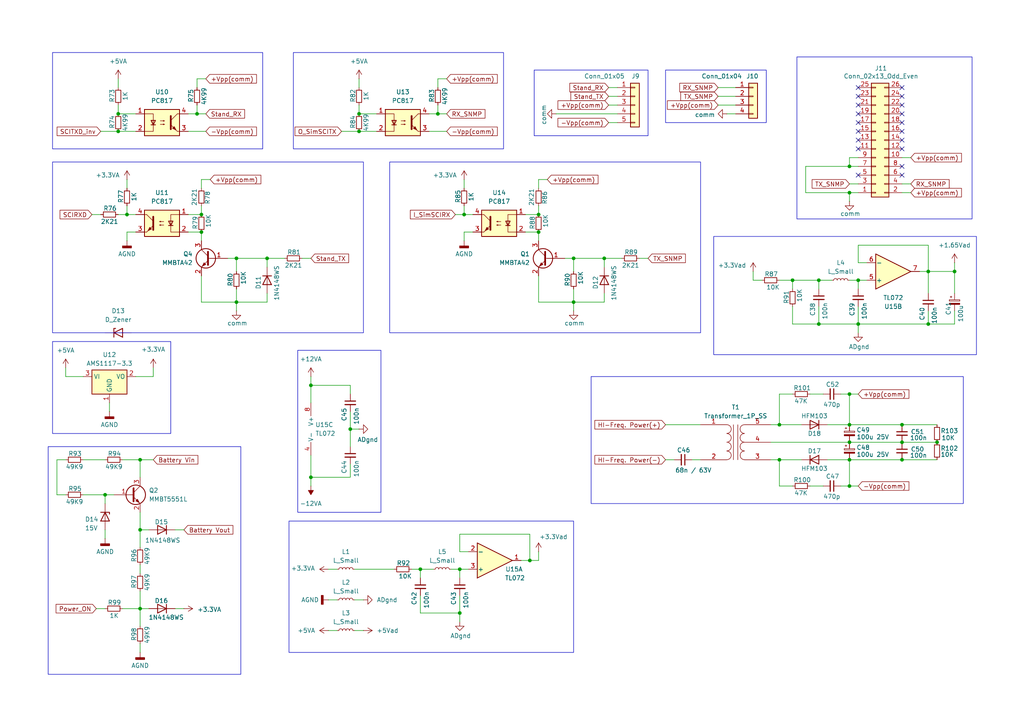
<source format=kicad_sch>
(kicad_sch (version 20231120) (generator "eeschema") (generator_version "8.0")
  (paper "A4")
  (junction (at 77.47 74.93))
  (junction (at 175.26 74.93))
  (junction (at 246.38 123.19))
  (junction (at 68.58 74.93))
  (junction (at 153.67 162.56))
  (junction (at 261.62 133.35))
  (junction (at 57.15 33.02))
  (junction (at 104.14 38.1))
  (junction (at 271.78 128.27))
  (junction (at 133.35 177.8))
  (junction (at 237.49 93.98))
  (junction (at 34.29 38.1))
  (junction (at 40.64 133.35))
  (junction (at 101.6 124.46))
  (junction (at 40.64 153.67))
  (junction (at 246.38 133.35))
  (junction (at 248.92 81.28))
  (junction (at 58.42 67.31))
  (junction (at 248.92 93.98))
  (junction (at 261.62 123.19))
  (junction (at 58.42 62.23))
  (junction (at 246.38 140.97))
  (junction (at 104.14 33.02))
  (junction (at 246.38 128.27))
  (junction (at 134.62 62.23))
  (junction (at 90.17 138.43))
  (junction (at 237.49 81.28))
  (junction (at 226.06 123.19))
  (junction (at 269.24 78.74))
  (junction (at 269.24 93.98))
  (junction (at 40.64 176.53))
  (junction (at 246.38 55.88))
  (junction (at 90.17 111.76))
  (junction (at 276.86 78.74))
  (junction (at 156.21 62.23))
  (junction (at 261.62 128.27))
  (junction (at 30.48 143.51))
  (junction (at 246.38 114.3))
  (junction (at 34.29 33.02))
  (junction (at 36.83 62.23))
  (junction (at 246.38 48.26))
  (junction (at 226.06 133.35))
  (junction (at 166.37 87.63))
  (junction (at 127 33.02))
  (junction (at 68.58 87.63))
  (junction (at 166.37 74.93))
  (junction (at 121.92 165.1))
  (junction (at 133.35 165.1))
  (junction (at 229.87 81.28))
  (junction (at 156.21 67.31))
  (no_connect (at 261.62 35.56))
  (no_connect (at 248.92 38.1))
  (no_connect (at 261.62 27.94))
  (no_connect (at 248.92 40.64))
  (no_connect (at 261.62 30.48))
  (no_connect (at 248.92 27.94))
  (no_connect (at 248.92 25.4))
  (no_connect (at 261.62 25.4))
  (no_connect (at 261.62 43.18))
  (no_connect (at 248.92 50.8))
  (no_connect (at 248.92 30.48))
  (no_connect (at 261.62 38.1))
  (no_connect (at 248.92 35.56))
  (no_connect (at 261.62 33.02))
  (no_connect (at 248.92 33.02))
  (no_connect (at 261.62 40.64))
  (no_connect (at 261.62 50.8))
  (no_connect (at 261.62 48.26))
  (no_connect (at 248.92 43.18))
  (wire (pts (xy 127 33.02) (xy 129.54 33.02)))
  (wire (pts (xy 34.29 38.1) (xy 39.37 38.1)))
  (wire (pts (xy 90.17 138.43) (xy 90.17 140.97)))
  (wire (pts (xy 30.48 143.51) (xy 30.48 146.05)))
  (wire (pts (xy 176.53 35.56) (xy 179.07 35.56)))
  (wire (pts (xy 40.64 163.83) (xy 40.64 166.37)))
  (wire (pts (xy 156.21 87.63) (xy 156.21 80.01)))
  (wire (pts (xy 124.46 33.02) (xy 127 33.02)))
  (wire (pts (xy 276.86 76.2) (xy 276.86 78.74)))
  (wire (pts (xy 30.48 143.51) (xy 33.02 143.51)))
  (wire (pts (xy 246.38 140.97) (xy 248.92 140.97)))
  (wire (pts (xy 87.63 74.93) (xy 90.17 74.93)))
  (wire (pts (xy 58.42 59.69) (xy 58.42 62.23)))
  (wire (pts (xy 77.47 74.93) (xy 82.55 74.93)))
  (wire (pts (xy 104.14 22.86) (xy 104.14 25.4)))
  (wire (pts (xy 248.92 81.28) (xy 246.38 81.28)))
  (wire (pts (xy 104.14 30.48) (xy 104.14 33.02)))
  (wire (pts (xy 156.21 54.61) (xy 156.21 52.07)))
  (wire (pts (xy 261.62 53.34) (xy 264.16 53.34)))
  (wire (pts (xy 24.13 133.35) (xy 30.48 133.35)))
  (wire (pts (xy 134.62 59.69) (xy 134.62 62.23)))
  (wire (pts (xy 246.38 53.34) (xy 248.92 53.34)))
  (wire (pts (xy 102.87 165.1) (xy 114.3 165.1)))
  (wire (pts (xy 248.92 88.9) (xy 248.92 93.98)))
  (wire (pts (xy 240.03 133.35) (xy 246.38 133.35)))
  (wire (pts (xy 226.06 123.19) (xy 232.41 123.19)))
  (wire (pts (xy 234.95 140.97) (xy 238.76 140.97)))
  (wire (pts (xy 133.35 154.94) (xy 153.67 154.94)))
  (wire (pts (xy 31.75 116.84) (xy 31.75 119.38)))
  (wire (pts (xy 246.38 128.27) (xy 261.62 128.27)))
  (wire (pts (xy 24.13 109.22) (xy 19.05 109.22)))
  (wire (pts (xy 229.87 81.28) (xy 229.87 83.82)))
  (wire (pts (xy 102.87 182.88) (xy 105.41 182.88)))
  (wire (pts (xy 77.47 85.09) (xy 77.47 87.63)))
  (wire (pts (xy 68.58 74.93) (xy 77.47 74.93)))
  (wire (pts (xy 40.64 153.67) (xy 43.18 153.67)))
  (wire (pts (xy 124.46 38.1) (xy 129.54 38.1)))
  (wire (pts (xy 90.17 111.76) (xy 101.6 111.76)))
  (wire (pts (xy 246.38 133.35) (xy 261.62 133.35)))
  (wire (pts (xy 176.53 27.94) (xy 179.07 27.94)))
  (wire (pts (xy 40.64 138.43) (xy 40.64 133.35)))
  (wire (pts (xy 248.92 45.72) (xy 246.38 45.72)))
  (wire (pts (xy 40.64 176.53) (xy 40.64 181.61)))
  (wire (pts (xy 95.25 182.88) (xy 97.79 182.88)))
  (wire (pts (xy 34.29 30.48) (xy 34.29 33.02)))
  (wire (pts (xy 156.21 52.07) (xy 158.75 52.07)))
  (wire (pts (xy 226.06 133.35) (xy 232.41 133.35)))
  (wire (pts (xy 102.87 173.99) (xy 105.41 173.99)))
  (wire (pts (xy 208.28 30.48) (xy 213.36 30.48)))
  (wire (pts (xy 44.45 106.68) (xy 44.45 109.22)))
  (wire (pts (xy 153.67 162.56) (xy 156.21 162.56)))
  (wire (pts (xy 57.15 25.4) (xy 57.15 22.86)))
  (wire (pts (xy 223.52 123.19) (xy 226.06 123.19)))
  (wire (pts (xy 208.28 27.94) (xy 213.36 27.94)))
  (wire (pts (xy 163.83 74.93) (xy 166.37 74.93)))
  (wire (pts (xy 44.45 109.22) (xy 39.37 109.22)))
  (wire (pts (xy 200.66 133.35) (xy 203.2 133.35)))
  (wire (pts (xy 40.64 133.35) (xy 35.56 133.35)))
  (wire (pts (xy 133.35 160.02) (xy 133.35 154.94)))
  (wire (pts (xy 237.49 93.98) (xy 237.49 88.9)))
  (wire (pts (xy 248.92 93.98) (xy 237.49 93.98)))
  (wire (pts (xy 175.26 87.63) (xy 166.37 87.63)))
  (wire (pts (xy 57.15 22.86) (xy 59.69 22.86)))
  (wire (pts (xy 27.94 176.53) (xy 30.48 176.53)))
  (wire (pts (xy 223.52 133.35) (xy 226.06 133.35)))
  (wire (pts (xy 36.83 67.31) (xy 36.83 69.85)))
  (wire (pts (xy 133.35 167.64) (xy 133.35 165.1)))
  (wire (pts (xy 134.62 52.07) (xy 134.62 54.61)))
  (wire (pts (xy 261.62 133.35) (xy 271.78 133.35)))
  (wire (pts (xy 234.95 114.3) (xy 238.76 114.3)))
  (wire (pts (xy 223.52 128.27) (xy 246.38 128.27)))
  (wire (pts (xy 166.37 87.63) (xy 156.21 87.63)))
  (wire (pts (xy 34.29 22.86) (xy 34.29 25.4)))
  (wire (pts (xy 127 22.86) (xy 129.54 22.86)))
  (wire (pts (xy 248.92 83.82) (xy 248.92 81.28)))
  (wire (pts (xy 175.26 85.09) (xy 175.26 87.63)))
  (wire (pts (xy 50.8 153.67) (xy 53.34 153.67)))
  (wire (pts (xy 58.42 52.07) (xy 60.96 52.07)))
  (wire (pts (xy 68.58 83.82) (xy 68.58 87.63)))
  (wire (pts (xy 54.61 38.1) (xy 59.69 38.1)))
  (wire (pts (xy 66.04 74.93) (xy 68.58 74.93)))
  (wire (pts (xy 226.06 114.3) (xy 226.06 123.19)))
  (wire (pts (xy 248.92 71.12) (xy 269.24 71.12)))
  (wire (pts (xy 276.86 93.98) (xy 269.24 93.98)))
  (wire (pts (xy 261.62 123.19) (xy 271.78 123.19)))
  (wire (pts (xy 237.49 81.28) (xy 237.49 83.82)))
  (wire (pts (xy 248.92 76.2) (xy 248.92 71.12)))
  (wire (pts (xy 276.86 90.17) (xy 276.86 93.98)))
  (wire (pts (xy 133.35 165.1) (xy 135.89 165.1)))
  (wire (pts (xy 229.87 140.97) (xy 226.06 140.97)))
  (wire (pts (xy 220.98 81.28) (xy 218.44 81.28)))
  (wire (pts (xy 54.61 33.02) (xy 57.15 33.02)))
  (wire (pts (xy 119.38 165.1) (xy 121.92 165.1)))
  (wire (pts (xy 243.84 114.3) (xy 246.38 114.3)))
  (wire (pts (xy 57.15 30.48) (xy 57.15 33.02)))
  (wire (pts (xy 90.17 138.43) (xy 101.6 138.43)))
  (wire (pts (xy 193.04 123.19) (xy 203.2 123.19)))
  (wire (pts (xy 16.51 133.35) (xy 16.51 143.51)))
  (wire (pts (xy 229.87 81.28) (xy 237.49 81.28)))
  (wire (pts (xy 121.92 165.1) (xy 125.73 165.1)))
  (wire (pts (xy 208.28 25.4) (xy 213.36 25.4)))
  (wire (pts (xy 36.83 52.07) (xy 36.83 54.61)))
  (wire (pts (xy 29.21 38.1) (xy 34.29 38.1)))
  (wire (pts (xy 57.15 33.02) (xy 59.69 33.02)))
  (wire (pts (xy 58.42 87.63) (xy 58.42 80.01)))
  (wire (pts (xy 229.87 88.9) (xy 229.87 93.98)))
  (wire (pts (xy 121.92 177.8) (xy 121.92 172.72)))
  (wire (pts (xy 133.35 172.72) (xy 133.35 177.8)))
  (wire (pts (xy 166.37 74.93) (xy 166.37 78.74)))
  (wire (pts (xy 134.62 62.23) (xy 137.16 62.23)))
  (wire (pts (xy 40.64 133.35) (xy 44.45 133.35)))
  (wire (pts (xy 95.25 165.1) (xy 97.79 165.1)))
  (wire (pts (xy 185.42 74.93) (xy 187.96 74.93)))
  (wire (pts (xy 40.64 153.67) (xy 40.64 158.75)))
  (wire (pts (xy 43.18 176.53) (xy 40.64 176.53)))
  (wire (pts (xy 166.37 74.93) (xy 175.26 74.93)))
  (wire (pts (xy 99.06 38.1) (xy 104.14 38.1)))
  (wire (pts (xy 175.26 74.93) (xy 180.34 74.93)))
  (wire (pts (xy 121.92 165.1) (xy 121.92 167.64)))
  (wire (pts (xy 246.38 55.88) (xy 246.38 58.42)))
  (wire (pts (xy 218.44 81.28) (xy 218.44 78.74)))
  (wire (pts (xy 19.05 109.22) (xy 19.05 106.68)))
  (wire (pts (xy 153.67 154.94) (xy 153.67 162.56)))
  (wire (pts (xy 36.83 59.69) (xy 36.83 62.23)))
  (wire (pts (xy 90.17 132.08) (xy 90.17 138.43)))
  (wire (pts (xy 175.26 74.93) (xy 175.26 77.47)))
  (wire (pts (xy 269.24 78.74) (xy 269.24 85.09)))
  (wire (pts (xy 248.92 81.28) (xy 251.46 81.28)))
  (wire (pts (xy 240.03 123.19) (xy 246.38 123.19)))
  (wire (pts (xy 156.21 59.69) (xy 156.21 62.23)))
  (wire (pts (xy 16.51 143.51) (xy 19.05 143.51)))
  (wire (pts (xy 226.06 81.28) (xy 229.87 81.28)))
  (wire (pts (xy 68.58 87.63) (xy 58.42 87.63)))
  (wire (pts (xy 269.24 71.12) (xy 269.24 78.74)))
  (wire (pts (xy 152.4 67.31) (xy 156.21 67.31)))
  (wire (pts (xy 156.21 67.31) (xy 156.21 69.85)))
  (wire (pts (xy 127 30.48) (xy 127 33.02)))
  (wire (pts (xy 26.67 62.23) (xy 29.21 62.23)))
  (wire (pts (xy 36.83 62.23) (xy 39.37 62.23)))
  (wire (pts (xy 261.62 55.88) (xy 264.16 55.88)))
  (wire (pts (xy 68.58 74.93) (xy 68.58 78.74)))
  (wire (pts (xy 261.62 128.27) (xy 271.78 128.27)))
  (wire (pts (xy 248.92 55.88) (xy 246.38 55.88)))
  (wire (pts (xy 133.35 177.8) (xy 133.35 180.34)))
  (wire (pts (xy 276.86 78.74) (xy 269.24 78.74)))
  (wire (pts (xy 58.42 54.61) (xy 58.42 52.07)))
  (wire (pts (xy 104.14 33.02) (xy 109.22 33.02)))
  (wire (pts (xy 77.47 87.63) (xy 68.58 87.63)))
  (wire (pts (xy 30.48 153.67) (xy 30.48 156.21)))
  (wire (pts (xy 246.38 114.3) (xy 246.38 123.19)))
  (wire (pts (xy 34.29 62.23) (xy 36.83 62.23)))
  (wire (pts (xy 35.56 176.53) (xy 40.64 176.53)))
  (wire (pts (xy 95.25 173.99) (xy 97.79 173.99)))
  (wire (pts (xy 58.42 67.31) (xy 58.42 69.85)))
  (wire (pts (xy 54.61 67.31) (xy 58.42 67.31)))
  (wire (pts (xy 50.8 176.53) (xy 53.34 176.53)))
  (wire (pts (xy 39.37 67.31) (xy 36.83 67.31)))
  (wire (pts (xy 24.13 143.51) (xy 30.48 143.51)))
  (wire (pts (xy 176.53 30.48) (xy 179.07 30.48)))
  (wire (pts (xy 248.92 93.98) (xy 248.92 96.52)))
  (wire (pts (xy 246.38 123.19) (xy 261.62 123.19)))
  (wire (pts (xy 101.6 124.46) (xy 104.14 124.46)))
  (wire (pts (xy 166.37 87.63) (xy 166.37 90.17)))
  (wire (pts (xy 101.6 119.38) (xy 101.6 124.46)))
  (wire (pts (xy 276.86 85.09) (xy 276.86 78.74)))
  (wire (pts (xy 19.05 133.35) (xy 16.51 133.35)))
  (wire (pts (xy 90.17 109.22) (xy 90.17 111.76)))
  (wire (pts (xy 269.24 93.98) (xy 248.92 93.98)))
  (wire (pts (xy 34.29 33.02) (xy 39.37 33.02)))
  (wire (pts (xy 101.6 138.43) (xy 101.6 134.62)))
  (wire (pts (xy 233.68 55.88) (xy 233.68 48.26)))
  (wire (pts (xy 166.37 83.82) (xy 166.37 87.63)))
  (wire (pts (xy 137.16 67.31) (xy 134.62 67.31)))
  (wire (pts (xy 54.61 62.23) (xy 58.42 62.23)))
  (wire (pts (xy 246.38 55.88) (xy 233.68 55.88)))
  (wire (pts (xy 226.06 140.97) (xy 226.06 133.35)))
  (wire (pts (xy 251.46 76.2) (xy 248.92 76.2)))
  (wire (pts (xy 135.89 160.02) (xy 133.35 160.02)))
  (wire (pts (xy 243.84 140.97) (xy 246.38 140.97)))
  (wire (pts (xy 133.35 177.8) (xy 121.92 177.8)))
  (wire (pts (xy 269.24 90.17) (xy 269.24 93.98)))
  (wire (pts (xy 261.62 45.72) (xy 264.16 45.72)))
  (wire (pts (xy 101.6 124.46) (xy 101.6 129.54)))
  (wire (pts (xy 246.38 48.26) (xy 248.92 48.26)))
  (wire (pts (xy 151.13 162.56) (xy 153.67 162.56)))
  (wire (pts (xy 40.64 186.69) (xy 40.64 189.23)))
  (wire (pts (xy 193.04 133.35) (xy 195.58 133.35)))
  (wire (pts (xy 246.38 45.72) (xy 246.38 48.26)))
  (wire (pts (xy 161.29 33.02) (xy 179.07 33.02)))
  (wire (pts (xy 246.38 114.3) (xy 248.92 114.3)))
  (wire (pts (xy 127 25.4) (xy 127 22.86)))
  (wire (pts (xy 237.49 81.28) (xy 241.3 81.28)))
  (wire (pts (xy 266.7 78.74) (xy 269.24 78.74)))
  (wire (pts (xy 77.47 74.93) (xy 77.47 77.47)))
  (wire (pts (xy 40.64 176.53) (xy 40.64 171.45)))
  (wire (pts (xy 68.58 87.63) (xy 68.58 90.17)))
  (wire (pts (xy 90.17 116.84) (xy 90.17 111.76)))
  (wire (pts (xy 156.21 162.56) (xy 156.21 160.02)))
  (wire (pts (xy 40.64 148.59) (xy 40.64 153.67)))
  (wire (pts (xy 176.53 25.4) (xy 179.07 25.4)))
  (wire (pts (xy 134.62 67.31) (xy 134.62 69.85)))
  (wire (pts (xy 104.14 38.1) (xy 109.22 38.1)))
  (wire (pts (xy 152.4 62.23) (xy 156.21 62.23)))
  (wire (pts (xy 229.87 93.98) (xy 237.49 93.98)))
  (wire (pts (xy 132.08 62.23) (xy 134.62 62.23)))
  (wire (pts (xy 210.82 33.02) (xy 213.36 33.02)))
  (wire (pts (xy 133.35 165.1) (xy 130.81 165.1)))
  (wire (pts (xy 246.38 140.97) (xy 246.38 133.35)))
  (wire (pts (xy 229.87 114.3) (xy 226.06 114.3)))
  (wire (pts (xy 101.6 111.76) (xy 101.6 114.3)))
  (wire (pts (xy 233.68 48.26) (xy 246.38 48.26)))
  (rectangle (start 15.24 15.24) (end 76.2 43.18))
  (rectangle (start 154.94 20.32) (end 187.96 39.37))
  (rectangle (start 85.09 15.24) (end 146.05 43.18))
  (rectangle (start 113.03 46.99) (end 203.2 96.52))
  (rectangle (start 207.01 68.58) (end 283.21 102.87))
  (rectangle (start 171.45 109.22) (end 279.4 146.05))
  (rectangle (start 86.36 101.6) (end 110.49 148.59))
  (rectangle (start 15.24 99.06) (end 49.53 125.73))
  (rectangle (start 83.82 151.13) (end 166.37 189.23))
  (rectangle (start 231.14 16.51) (end 281.94 63.5))
  (rectangle (start 13.97 129.54) (end 69.85 195.58))
  (rectangle (start 193.04 20.32) (end 222.25 35.56))
  (rectangle (start 15.24 46.99) (end 105.41 96.52))
  (global_label "HI-Freq. Power(-)" (shape input) (at 193.04 133.35 180) (property "Intersheetrefs" "${INTERSHEET_REFS}" (effects (hide yes))))
  (global_label "Stand_RX" (shape input) (at 59.69 33.02 0) (property "Intersheetrefs" "${INTERSHEET_REFS}" (effects (hide yes))))
  (global_label "+Vpp(comm)" (shape input) (at 248.92 114.3 0) (property "Intersheetrefs" "${INTERSHEET_REFS}" (effects (hide yes))))
  (global_label "TX_SNMP" (shape input) (at 187.96 74.93 0) (property "Intersheetrefs" "${INTERSHEET_REFS}" (effects (hide yes))))
  (global_label "Stand_TX" (shape input) (at 176.53 27.94 180) (property "Intersheetrefs" "${INTERSHEET_REFS}" (effects (hide yes))))
  (global_label "+Vpp(comm)" (shape input) (at 208.28 30.48 180) (property "Intersheetrefs" "${INTERSHEET_REFS}" (effects (hide yes))))
  (global_label "+Vpp(comm)" (shape input) (at 60.96 52.07 0) (property "Intersheetrefs" "${INTERSHEET_REFS}" (effects (hide yes))))
  (global_label "TX_SNMP" (shape input) (at 246.38 53.34 180) (property "Intersheetrefs" "${INTERSHEET_REFS}" (effects (hide yes))))
  (global_label "I_SimSCIRX" (shape input) (at 132.08 62.23 180) (property "Intersheetrefs" "${INTERSHEET_REFS}" (effects (hide yes))))
  (global_label "+Vpp(comm)" (shape input) (at 59.69 22.86 0) (property "Intersheetrefs" "${INTERSHEET_REFS}" (effects (hide yes))))
  (global_label "+Vpp(comm)" (shape input) (at 176.53 30.48 180) (property "Intersheetrefs" "${INTERSHEET_REFS}" (effects (hide yes))))
  (global_label "Battery Vout" (shape input) (at 53.34 153.67 0) (property "Intersheetrefs" "${INTERSHEET_REFS}" (effects (hide yes))))
  (global_label "TX_SNMP" (shape input) (at 208.28 27.94 180) (property "Intersheetrefs" "${INTERSHEET_REFS}" (effects (hide yes))))
  (global_label "-Vpp(comm)" (shape input) (at 248.92 140.97 0) (property "Intersheetrefs" "${INTERSHEET_REFS}" (effects (hide yes))))
  (global_label "+Vpp(comm)" (shape input) (at 264.16 45.72 0) (property "Intersheetrefs" "${INTERSHEET_REFS}" (effects (hide yes))))
  (global_label "Stand_TX" (shape input) (at 90.17 74.93 0) (property "Intersheetrefs" "${INTERSHEET_REFS}" (effects (hide yes))))
  (global_label "RX_SNMP" (shape input) (at 129.54 33.02 0) (property "Intersheetrefs" "${INTERSHEET_REFS}" (effects (hide yes))))
  (global_label "SCITXD_inv" (shape input) (at 29.21 38.1 180) (property "Intersheetrefs" "${INTERSHEET_REFS}" (effects (hide yes))))
  (global_label "RX_SNMP" (shape input) (at 208.28 25.4 180) (property "Intersheetrefs" "${INTERSHEET_REFS}" (effects (hide yes))))
  (global_label "RX_SNMP" (shape input) (at 264.16 53.34 0) (property "Intersheetrefs" "${INTERSHEET_REFS}" (effects (hide yes))))
  (global_label "+Vpp(comm)" (shape input) (at 129.54 22.86 0) (property "Intersheetrefs" "${INTERSHEET_REFS}" (effects (hide yes))))
  (global_label "-Vpp(comm)" (shape input) (at 176.53 35.56 180) (property "Intersheetrefs" "${INTERSHEET_REFS}" (effects (hide yes))))
  (global_label "-Vpp(comm)" (shape input) (at 129.54 38.1 0) (property "Intersheetrefs" "${INTERSHEET_REFS}" (effects (hide yes))))
  (global_label "Stand_RX" (shape input) (at 176.53 25.4 180) (property "Intersheetrefs" "${INTERSHEET_REFS}" (effects (hide yes))))
  (global_label "Battery Vin" (shape input) (at 44.45 133.35 0) (property "Intersheetrefs" "${INTERSHEET_REFS}" (effects (hide yes))))
  (global_label "+Vpp(comm)" (shape input) (at 158.75 52.07 0) (property "Intersheetrefs" "${INTERSHEET_REFS}" (effects (hide yes))))
  (global_label "Power_ON" (shape input) (at 27.94 176.53 180) (property "Intersheetrefs" "${INTERSHEET_REFS}" (effects (hide yes))))
  (global_label "O_SimSCITX" (shape input) (at 99.06 38.1 180) (property "Intersheetrefs" "${INTERSHEET_REFS}" (effects (hide yes))))
  (global_label "HI-Freq. Power(+)" (shape input) (at 193.04 123.19 180) (property "Intersheetrefs" "${INTERSHEET_REFS}" (effects (hide yes))))
  (global_label "-Vpp(comm)" (shape input) (at 59.69 38.1 0) (property "Intersheetrefs" "${INTERSHEET_REFS}" (effects (hide yes))))
  (global_label "+Vpp(comm)" (shape input) (at 264.16 55.88 0) (property "Intersheetrefs" "${INTERSHEET_REFS}" (effects (hide yes))))
  (global_label "SCIRXD" (shape input) (at 26.67 62.23 180) (property "Intersheetrefs" "${INTERSHEET_REFS}" (effects (hide yes))))
  (symbol (lib_id "Device:C_Small") (at 261.62 125.73 0) (unit 1)
    (property "Reference" "C51" (at 264.16 125.222 0) (effects (justify left)))
    (property "Value" "100n" (at 263.906 127 0) (effects (justify left)))
    (property "Description" "Unpolarized capacitor, small symbol" (effects (hide yes)))
  )
  (symbol (lib_id "power:GNDD") (at 30.48 156.21 0) (unit 1)
    (property "Reference" "#PWR0118" (effects (hide yes)))
    (property "Value" "AGND" (at 30.48 160.02 0))
    (property "Description" "Power symbol creates a global label with name \"GNDD\" , digital ground" (effects (hide yes)))
  )
  (symbol (lib_id "Device:R_Small") (at 40.64 168.91 0) (unit 1)
    (property "Reference" "R97" (at 38.862 170.688 90) (effects (justify left)))
    (property "Value" "49K9" (at 42.672 171.45 90) (effects (justify left)))
    (property "Description" "Resistor, small symbol" (effects (hide yes)))
  )
  (symbol (lib_id "Regulator_Linear:AMS1117-3.3") (at 31.75 109.22 0) (unit 1)
    (property "Reference" "U12" (at 31.75 102.87 0))
    (property "Value" "AMS1117-3.3" (at 31.75 105.41 0))
    (property "Footprint" "Package_TO_SOT_SMD:SOT-223-3_TabPin2" (effects (hide yes)))
    (property "Datasheet" "http://www.advanced-monolithic.com/pdf/ds1117.pdf" (effects (hide yes)))
    (property "Description" "1A Low Dropout regulator, positive, 3.3V fixed output, SOT-223" (effects (hide yes)))
  )
  (symbol (lib_id "power:GNDS") (at 246.38 58.42 0) (unit 1)
    (property "Reference" "#PWR0104" (effects (hide yes)))
    (property "Value" "comm" (at 246.634 61.976 0))
    (property "Description" "Power symbol creates a global label with name \"GNDS\" , signal ground" (effects (hide yes)))
  )
  (symbol (lib_id "power:-12VA") (at 90.17 140.97 180) (unit 1)
    (property "Reference" "#PWR0117" (effects (hide yes)))
    (property "Value" "-12VA" (at 90.17 146.05 0))
    (property "Description" "Power symbol creates a global label with name \"-12VA\"" (effects (hide yes)))
  )
  (symbol (lib_id "Device:C_Small") (at 241.3 140.97 270) (unit 1)
    (property "Reference" "C47" (at 239.522 138.176 90) (effects (justify left)))
    (property "Value" "470p" (at 238.76 144.018 90) (effects (justify left)))
    (property "Description" "Unpolarized capacitor, small symbol" (effects (hide yes)))
  )
  (symbol (lib_id "power:GNDA") (at 104.14 124.46 90) (unit 1)
    (property "Reference" "#PWR0115" (effects (hide yes)))
    (property "Value" "ADgnd" (at 106.68 127.508 90))
    (property "Description" "Power symbol creates a global label with name \"GNDA\" , analog ground" (effects (hide yes)))
  )
  (symbol (lib_id "Device:R_Small") (at 33.02 133.35 270) (unit 1)
    (property "Reference" "R94" (at 31.242 131.572 90) (effects (justify left)))
    (property "Value" "49K9" (at 30.48 135.382 90) (effects (justify left)))
    (property "Description" "Resistor, small symbol" (effects (hide yes)))
  )
  (symbol (lib_id "Device:R_Small") (at 68.58 81.28 0) (unit 1)
    (property "Reference" "R80" (at 66.802 83.058 90) (effects (justify left)))
    (property "Value" "10K" (at 70.612 82.55 90) (effects (justify left)))
    (property "Description" "Resistor, small symbol" (effects (hide yes)))
  )
  (symbol (lib_id "Device:R_Small") (at 271.78 130.81 0) (unit 1)
    (property "Reference" "R102" (at 272.796 130.048 0) (effects (justify left)))
    (property "Value" "10K" (at 272.796 131.826 0) (effects (justify left)))
    (property "Description" "Resistor, small symbol" (effects (hide yes)))
  )
  (symbol (lib_id "Device:R_Small") (at 36.83 57.15 0) (unit 1)
    (property "Reference" "R77" (at 35.052 58.928 90) (effects (justify left)))
    (property "Value" "1K" (at 38.862 58.42 90) (effects (justify left)))
    (property "Description" "Resistor, small symbol" (effects (hide yes)))
  )
  (symbol (lib_id "power:+5VA") (at 104.14 22.86 0) (unit 1)
    (property "Reference" "#PWR099" (effects (hide yes)))
    (property "Value" "+5VA" (at 104.14 17.78 0))
    (property "Description" "Power symbol creates a global label with name \"+5VA\"" (effects (hide yes)))
  )
  (symbol (lib_id "Device:R_Small") (at 134.62 57.15 0) (unit 1)
    (property "Reference" "R85" (at 132.842 58.928 90) (effects (justify left)))
    (property "Value" "1K" (at 136.652 58.42 90) (effects (justify left)))
    (property "Description" "Resistor, small symbol" (effects (hide yes)))
  )
  (symbol (lib_id "Device:R_Small") (at 229.87 86.36 0) (unit 1)
    (property "Reference" "R91" (at 228.092 88.138 90) (effects (justify left)))
    (property "Value" "10K" (at 231.902 87.63 90) (effects (justify left)))
    (property "Description" "Resistor, small symbol" (effects (hide yes)))
  )
  (symbol (lib_id "Device:R_Small") (at 166.37 81.28 0) (unit 1)
    (property "Reference" "R90" (at 164.592 83.058 90) (effects (justify left)))
    (property "Value" "10K" (at 168.402 82.55 90) (effects (justify left)))
    (property "Description" "Resistor, small symbol" (effects (hide yes)))
  )
  (symbol (lib_id "Device:C_Small") (at 241.3 114.3 270) (unit 1)
    (property "Reference" "C52" (at 239.522 111.506 90) (effects (justify left)))
    (property "Value" "470p" (at 238.76 117.348 90) (effects (justify left)))
    (property "Description" "Unpolarized capacitor, small symbol" (effects (hide yes)))
  )
  (symbol (lib_id "Device:R_Small") (at 58.42 57.15 180) (unit 1)
    (property "Reference" "R78" (at 60.198 55.372 90) (effects (justify left)))
    (property "Value" "2K21" (at 56.388 54.61 90) (effects (justify left)))
    (property "Description" "Resistor, small symbol" (effects (hide yes)))
  )
  (symbol (lib_id "power:+3.3VA") (at 134.62 52.07 0) (unit 1)
    (property "Reference" "#PWR0100" (effects (hide yes)))
    (property "Value" "+3.3VA" (at 129.032 50.8 0))
    (property "Description" "Power symbol creates a global label with name \"+3.3VA\"" (effects (hide yes)))
  )
  (symbol (lib_id "Amplifier_Operational:TL072") (at 143.51 162.56 0) (mirror x) (unit 1)
    (property "Reference" "U15" (at 149.098 165.1 0))
    (property "Value" "TL072" (at 149.352 167.64 0))
    (property "Datasheet" "http://www.ti.com/lit/ds/symlink/tl071.pdf" (effects (hide yes)))
    (property "Description" "Dual Low-Noise JFET-Input Operational Amplifiers, DIP-8/SOIC-8" (effects (hide yes)))
  )
  (symbol (lib_id "Device:R_Small") (at 232.41 140.97 270) (unit 1)
    (property "Reference" "R100" (at 230.124 139.192 90) (effects (justify left)))
    (property "Value" "47K" (at 230.378 143.002 90) (effects (justify left)))
    (property "Description" "Resistor, small symbol" (effects (hide yes)))
  )
  (symbol (lib_id "Device:R_Small") (at 232.41 114.3 270) (unit 1)
    (property "Reference" "R101" (at 230.124 112.522 90) (effects (justify left)))
    (property "Value" "47K" (at 230.378 116.332 90) (effects (justify left)))
    (property "Description" "Resistor, small symbol" (effects (hide yes)))
  )
  (symbol (lib_id "Isolator:PC817") (at 46.99 35.56 0) (unit 1)
    (property "Reference" "U10" (at 46.99 26.67 0))
    (property "Value" "PC817" (at 46.99 29.21 0))
    (property "Footprint" "Package_DIP:DIP-4_W7.62mm" (effects (hide yes)))
    (property "Datasheet" "http://www.soselectronic.cz/a_info/resource/d/pc817.pdf" (effects (hide yes)))
    (property "Description" "DC Optocoupler, Vce 35V, CTR 50-300%, DIP-4" (effects (hide yes)))
  )
  (symbol (lib_id "power:+3.3VADC") (at 218.44 78.74 0) (unit 1)
    (property "Reference" "#PWR0108" (effects (hide yes)))
    (property "Value" "+3.3Vad" (at 212.344 76.962 0))
    (property "Description" "Power symbol creates a global label with name \"+3.3VADC\"" (effects (hide yes)))
  )
  (symbol (lib_id "power:+5VA") (at 19.05 106.68 0) (unit 1)
    (property "Reference" "#PWR095" (effects (hide yes)))
    (property "Value" "+5VA" (at 19.05 101.6 0))
    (property "Description" "Power symbol creates a global label with name \"+5VA\"" (effects (hide yes)))
  )
  (symbol (lib_id "power:GNDS") (at 68.58 90.17 0) (unit 1)
    (property "Reference" "#PWR093" (effects (hide yes)))
    (property "Value" "comm" (at 68.834 93.726 0))
    (property "Description" "Power symbol creates a global label with name \"GNDS\" , signal ground" (effects (hide yes)))
  )
  (symbol (lib_id "Amplifier_Operational:TL072") (at 259.08 78.74 0) (mirror x) (unit 2)
    (property "Reference" "U15" (at 259.08 88.9 0))
    (property "Value" "TL072" (at 259.08 86.36 0))
    (property "Datasheet" "http://www.ti.com/lit/ds/symlink/tl071.pdf" (effects (hide yes)))
    (property "Description" "Dual Low-Noise JFET-Input Operational Amplifiers, DIP-8/SOIC-8" (effects (hide yes)))
  )
  (symbol (lib_id "Device:L_Small") (at 128.27 165.1 90) (unit 1)
    (property "Reference" "L5" (at 128.27 160.02 90))
    (property "Value" "L_Small" (at 128.27 162.56 90))
    (property "Description" "Inductor, small symbol" (effects (hide yes)))
  )
  (symbol (lib_id "Device:R_Small") (at 127 27.94 0) (unit 1)
    (property "Reference" "R83" (at 125.222 29.718 90) (effects (justify left)))
    (property "Value" "4K99" (at 129.032 30.48 90) (effects (justify left)))
    (property "Description" "Resistor, small symbol" (effects (hide yes)))
  )
  (symbol (lib_id "Device:R_Small") (at 33.02 176.53 270) (unit 1)
    (property "Reference" "R99" (at 31.242 174.752 90) (effects (justify left)))
    (property "Value" "1K" (at 31.75 178.562 90) (effects (justify left)))
    (property "Description" "Resistor, small symbol" (effects (hide yes)))
  )
  (symbol (lib_id "Device:R_Small") (at 104.14 27.94 0) (unit 1)
    (property "Reference" "R82" (at 102.362 29.718 90) (effects (justify left)))
    (property "Value" "1K" (at 106.172 29.21 90) (effects (justify left)))
    (property "Description" "Resistor, small symbol" (effects (hide yes)))
  )
  (symbol (lib_id "Diode:1N4148WS") (at 46.99 176.53 180) (unit 1)
    (property "Reference" "D16" (at 48.768 174.244 0) (effects (justify left)))
    (property "Value" "1N4148WS" (at 53.34 179.07 0) (effects (justify left)))
    (property "Footprint" "Diode_SMD:D_SOD-323" (effects (hide yes)))
    (property "Datasheet" "https://www.vishay.com/docs/85751/1n4148ws.pdf" (effects (hide yes)))
    (property "Description" "75V 0.15A Fast switching Diode, SOD-323" (effects (hide yes)))
    (property "Sim.Device" "D" (effects (hide yes)))
    (property "Sim.Pins" "1=K 2=A" (effects (hide yes)))
  )
  (symbol (lib_id "Device:R_Small") (at 156.21 57.15 180) (unit 1)
    (property "Reference" "R86" (at 157.988 55.372 90) (effects (justify left)))
    (property "Value" "2K21" (at 154.178 54.61 90) (effects (justify left)))
    (property "Description" "Resistor, small symbol" (effects (hide yes)))
  )
  (symbol (lib_id "Device:D") (at 236.22 133.35 0) (unit 1)
    (property "Reference" "D17" (at 236.22 130.81 0))
    (property "Value" "HFM103" (at 236.22 135.89 0))
    (property "Description" "Diode" (effects (hide yes)))
    (property "Sim.Device" "D" (effects (hide yes)))
    (property "Sim.Pins" "1=K 2=A" (effects (hide yes)))
  )
  (symbol (lib_id "Device:Transformer_1P_SS") (at 213.36 128.27 0) (unit 1)
    (property "Reference" "T1" (at 213.3727 118.11 0))
    (property "Value" "Transformer_1P_SS" (at 213.3727 120.65 0))
    (property "Description" "Transformer, single primary, split secondary" (effects (hide yes)))
  )
  (symbol (lib_id "Isolator:PC817") (at 144.78 64.77 0) (mirror y) (unit 1)
    (property "Reference" "U14" (at 144.78 55.88 0))
    (property "Value" "PC817" (at 144.78 58.42 0))
    (property "Footprint" "Package_DIP:DIP-4_W7.62mm" (effects (hide yes)))
    (property "Datasheet" "http://www.soselectronic.cz/a_info/resource/d/pc817.pdf" (effects (hide yes)))
    (property "Description" "DC Optocoupler, Vce 35V, CTR 50-300%, DIP-4" (effects (hide yes)))
  )
  (symbol (lib_id "Amplifier_Operational:TL072") (at 92.71 124.46 0) (unit 3)
    (property "Reference" "U15" (at 91.44 123.1899 0) (effects (justify left)))
    (property "Value" "TL072" (at 91.44 125.7299 0) (effects (justify left)))
    (property "Datasheet" "http://www.ti.com/lit/ds/symlink/tl071.pdf" (effects (hide yes)))
    (property "Description" "Dual Low-Noise JFET-Input Operational Amplifiers, DIP-8/SOIC-8" (effects (hide yes)))
  )
  (symbol (lib_id "Device:R_Small") (at 21.59 143.51 270) (unit 1)
    (property "Reference" "R95" (at 19.812 141.732 90) (effects (justify left)))
    (property "Value" "49K9" (at 19.05 145.542 90) (effects (justify left)))
    (property "Description" "Resistor, small symbol" (effects (hide yes)))
  )
  (symbol (lib_id "power:+5VA") (at 95.25 182.88 90) (unit 1)
    (property "Reference" "#PWR0105" (effects (hide yes)))
    (property "Value" "+5VA" (at 91.44 182.8799 90) (effects (justify left)))
    (property "Description" "Power symbol creates a global label with name \"+5VA\"" (effects (hide yes)))
  )
  (symbol (lib_id "Device:R_Small") (at 21.59 133.35 270) (unit 1)
    (property "Reference" "R93" (at 19.812 131.572 90) (effects (justify left)))
    (property "Value" "49K9" (at 19.05 135.382 90) (effects (justify left)))
    (property "Description" "Resistor, small symbol" (effects (hide yes)))
  )
  (symbol (lib_id "Device:R_Small") (at 34.29 27.94 0) (unit 1)
    (property "Reference" "R73" (at 32.512 29.718 90) (effects (justify left)))
    (property "Value" "1K" (at 36.322 29.21 90) (effects (justify left)))
    (property "Description" "Resistor, small symbol" (effects (hide yes)))
  )
  (symbol (lib_id "Transistor_BJT:MMBTA42") (at 158.75 74.93 0) (mirror y) (unit 1)
    (property "Reference" "Q1" (at 153.67 73.6599 0) (effects (justify left)))
    (property "Value" "MMBTA42" (at 153.67 76.1999 0) (effects (justify left)))
    (property "Footprint" "Package_TO_SOT_SMD:SOT-23" (effects (hide yes)))
    (property "Datasheet" "https://www.onsemi.com/pub/Collateral/MMBTA42LT1-D.PDF" (effects (hide yes)))
    (property "Description" "0.5A Ic, 300V Vce, NPN High Voltage Transistor, SOT-23" (effects (hide yes)))
  )
  (symbol (lib_id "Device:C_Small") (at 101.6 132.08 0) (unit 1)
    (property "Reference" "C44" (at 99.822 137.414 90) (effects (justify left)))
    (property "Value" "100n" (at 103.378 138.43 90) (effects (justify left)))
    (property "Description" "Unpolarized capacitor, small symbol" (effects (hide yes)))
  )
  (symbol (lib_id "power:GNDD") (at 31.75 119.38 0) (unit 1)
    (property "Reference" "#PWR097" (effects (hide yes)))
    (property "Value" "AGND" (at 31.75 123.19 0))
    (property "Description" "Power symbol creates a global label with name \"GNDD\" , digital ground" (effects (hide yes)))
  )
  (symbol (lib_id "power:GNDA") (at 105.41 173.99 90) (unit 1)
    (property "Reference" "#PWR0109" (effects (hide yes)))
    (property "Value" "ADgnd" (at 112.268 173.99 90))
    (property "Description" "Power symbol creates a global label with name \"GNDA\" , analog ground" (effects (hide yes)))
  )
  (symbol (lib_id "Device:C_Small") (at 269.24 87.63 0) (unit 1)
    (property "Reference" "C40" (at 267.462 92.964 90) (effects (justify left)))
    (property "Value" "100n" (at 271.018 93.98 90) (effects (justify left)))
    (property "Description" "Unpolarized capacitor, small symbol" (effects (hide yes)))
  )
  (symbol (lib_id "Device:R_Small") (at 58.42 64.77 0) (unit 1)
    (property "Reference" "R79" (at 56.642 66.548 90) (effects (justify left)))
    (property "Value" "10K" (at 60.452 66.04 90) (effects (justify left)))
    (property "Description" "Resistor, small symbol" (effects (hide yes)))
  )
  (symbol (lib_id "Device:R_Small") (at 85.09 74.93 270) (unit 1)
    (property "Reference" "R81" (at 83.312 73.152 90) (effects (justify left)))
    (property "Value" "2K21" (at 82.55 76.962 90) (effects (justify left)))
    (property "Description" "Resistor, small symbol" (effects (hide yes)))
  )
  (symbol (lib_id "power:+1V5") (at 276.86 76.2 0) (unit 1)
    (property "Reference" "#PWR0112" (effects (hide yes)))
    (property "Value" "+1.65Vad" (at 276.86 71.12 0))
    (property "Description" "Power symbol creates a global label with name \"+1V5\"" (effects (hide yes)))
  )
  (symbol (lib_id "Isolator:PC817") (at 46.99 64.77 0) (mirror y) (unit 1)
    (property "Reference" "U11" (at 46.99 55.88 0))
    (property "Value" "PC817" (at 46.99 58.42 0))
    (property "Footprint" "Package_DIP:DIP-4_W7.62mm" (effects (hide yes)))
    (property "Datasheet" "http://www.soselectronic.cz/a_info/resource/d/pc817.pdf" (effects (hide yes)))
    (property "Description" "DC Optocoupler, Vce 35V, CTR 50-300%, DIP-4" (effects (hide yes)))
  )
  (symbol (lib_id "Device:C_Polarized_Small") (at 276.86 87.63 0) (unit 1)
    (property "Reference" "C41" (at 275.082 91.44 90) (effects (justify left)))
    (property "Value" "100u" (at 278.638 93.472 90) (effects (justify left)))
    (property "Description" "Polarized capacitor, small symbol" (effects (hide yes)))
  )
  (symbol (lib_id "Device:C_Small") (at 121.92 170.18 0) (unit 1)
    (property "Reference" "C42" (at 120.142 175.514 90) (effects (justify left)))
    (property "Value" "100n" (at 123.698 176.53 90) (effects (justify left)))
    (property "Description" "Unpolarized capacitor, small symbol" (effects (hide yes)))
  )
  (symbol (lib_id "Device:C_Small") (at 101.6 116.84 0) (unit 1)
    (property "Reference" "C45" (at 99.822 122.174 90) (effects (justify left)))
    (property "Value" "100n" (at 103.378 123.19 90) (effects (justify left)))
    (property "Description" "Unpolarized capacitor, small symbol" (effects (hide yes)))
  )
  (symbol (lib_id "Device:R_Small") (at 156.21 64.77 0) (unit 1)
    (property "Reference" "R88" (at 154.432 66.548 90) (effects (justify left)))
    (property "Value" "10K" (at 158.242 66.04 90) (effects (justify left)))
    (property "Description" "Resistor, small symbol" (effects (hide yes)))
  )
  (symbol (lib_id "power:GNDA") (at 248.92 96.52 0) (unit 1)
    (property "Reference" "#PWR0111" (effects (hide yes)))
    (property "Value" "ADgnd" (at 249.174 100.584 0))
    (property "Description" "Power symbol creates a global label with name \"GNDA\" , analog ground" (effects (hide yes)))
  )
  (symbol (lib_id "Device:C_Small") (at 248.92 86.36 0) (unit 1)
    (property "Reference" "C39" (at 247.142 91.694 90) (effects (justify left)))
    (property "Value" "100n" (at 250.698 92.71 90) (effects (justify left)))
    (property "Description" "Unpolarized capacitor, small symbol" (effects (hide yes)))
  )
  (symbol (lib_id "Device:R_Small") (at 223.52 81.28 270) (unit 1)
    (property "Reference" "R87" (at 221.742 79.502 90) (effects (justify left)))
    (property "Value" "10K" (at 222.25 83.312 90) (effects (justify left)))
    (property "Description" "Resistor, small symbol" (effects (hide yes)))
  )
  (symbol (lib_id "power:GNDD") (at 95.25 173.99 270) (unit 1)
    (property "Reference" "#PWR0107" (effects (hide yes)))
    (property "Value" "AGND" (at 89.916 173.99 90))
    (property "Description" "Power symbol creates a global label with name \"GNDD\" , digital ground" (effects (hide yes)))
  )
  (symbol (lib_id "Device:R_Small") (at 116.84 165.1 270) (unit 1)
    (property "Reference" "R92" (at 115.062 163.322 90) (effects (justify left)))
    (property "Value" "10K" (at 115.57 167.132 90) (effects (justify left)))
    (property "Description" "Resistor, small symbol" (effects (hide yes)))
  )
  (symbol (lib_id "Diode:1N4148WS") (at 77.47 81.28 270) (unit 1)
    (property "Reference" "D11" (at 74.93 80.01 0) (effects (justify left)))
    (property "Value" "1N4148WS" (at 80.264 76.962 0) (effects (justify left)))
    (property "Footprint" "Diode_SMD:D_SOD-323" (effects (hide yes)))
    (property "Datasheet" "https://www.vishay.com/docs/85751/1n4148ws.pdf" (effects (hide yes)))
    (property "Description" "75V 0.15A Fast switching Diode, SOD-323" (effects (hide yes)))
    (property "Sim.Device" "D" (effects (hide yes)))
    (property "Sim.Pins" "1=K 2=A" (effects (hide yes)))
  )
  (symbol (lib_id "Device:C_Polarized_Small") (at 246.38 130.81 0) (unit 1)
    (property "Reference" "C48" (at 248.412 129.794 0) (effects (justify left)))
    (property "Value" "100u 25V" (at 248.412 131.826 0) (effects (justify left)))
    (property "Description" "Polarized capacitor, small symbol" (effects (hide yes)))
  )
  (symbol (lib_id "power:+3.3VA") (at 44.45 106.68 0) (unit 1)
    (property "Reference" "#PWR096" (effects (hide yes)))
    (property "Value" "+3.3VA" (at 44.45 101.346 0))
    (property "Description" "Power symbol creates a global label with name \"+3.3VA\"" (effects (hide yes)))
  )
  (symbol (lib_id "Device:R_Small") (at 57.15 27.94 0) (unit 1)
    (property "Reference" "R75" (at 55.372 29.718 90) (effects (justify left)))
    (property "Value" "4K99" (at 59.182 30.48 90) (effects (justify left)))
    (property "Description" "Resistor, small symbol" (effects (hide yes)))
  )
  (symbol (lib_id "power:+3.3VA") (at 53.34 176.53 270) (unit 1)
    (property "Reference" "#PWR0119" (effects (hide yes)))
    (property "Value" "+3.3VA" (at 60.706 176.784 90))
    (property "Description" "Power symbol creates a global label with name \"+3.3VA\"" (effects (hide yes)))
  )
  (symbol (lib_id "Connector_Generic:Conn_01x05") (at 184.15 30.48 0) (unit 1)
    (property "Reference" "J9" (at 183.134 22.098 0) (effects (justify left)))
    (property "Value" "Conn_01x05" (at 169.418 22.098 0) (effects (justify left)))
    (property "Description" "Generic connector, single row, 01x05, script generated (kicad-library-utils/schlib/autogen/connector/)" (effects (hide yes)))
  )
  (symbol (lib_id "power:+3.3VA") (at 36.83 52.07 0) (unit 1)
    (property "Reference" "#PWR094" (effects (hide yes)))
    (property "Value" "+3.3VA" (at 31.242 50.8 0))
    (property "Description" "Power symbol creates a global label with name \"+3.3VA\"" (effects (hide yes)))
  )
  (symbol (lib_id "Device:R_Small") (at 104.14 35.56 0) (unit 1)
    (property "Reference" "R84" (at 102.362 37.338 90) (effects (justify left)))
    (property "Value" "4K99" (at 106.172 38.1 90) (effects (justify left)))
    (property "Description" "Resistor, small symbol" (effects (hide yes)))
  )
  (symbol (lib_id "Device:D") (at 236.22 123.19 180) (unit 1)
    (property "Reference" "D18" (at 236.22 125.73 0))
    (property "Value" "HFM103" (at 236.22 120.65 0))
    (property "Description" "Diode" (effects (hide yes)))
    (property "Sim.Device" "D" (effects (hide yes)))
    (property "Sim.Pins" "1=K 2=A" (effects (hide yes)))
  )
  (symbol (lib_id "Device:L_Small") (at 100.33 182.88 90) (unit 1)
    (property "Reference" "L3" (at 100.33 177.8 90))
    (property "Value" "L_Small" (at 100.33 180.34 90))
    (property "Description" "Inductor, small symbol" (effects (hide yes)))
  )
  (symbol (lib_id "power:+3.3VA") (at 95.25 165.1 90) (unit 1)
    (property "Reference" "#PWR0106" (effects (hide yes)))
    (property "Value" "+3.3VA" (at 87.884 164.846 90))
    (property "Description" "Power symbol creates a global label with name \"+3.3VA\"" (effects (hide yes)))
  )
  (symbol (lib_id "power:+12VA") (at 90.17 109.22 0) (unit 1)
    (property "Reference" "#PWR0116" (effects (hide yes)))
    (property "Value" "+12VA" (at 90.17 104.14 0))
    (property "Description" "Power symbol creates a global label with name \"+12VA\"" (effects (hide yes)))
  )
  (symbol (lib_id "power:GNDS") (at 166.37 90.17 0) (unit 1)
    (property "Reference" "#PWR0102" (effects (hide yes)))
    (property "Value" "comm" (at 166.624 93.726 0))
    (property "Description" "Power symbol creates a global label with name \"GNDS\" , signal ground" (effects (hide yes)))
  )
  (symbol (lib_id "Device:D_Zener") (at 34.29 96.52 0) (unit 1)
    (property "Reference" "D13" (at 34.29 90.17 0))
    (property "Value" "D_Zener" (at 34.29 92.71 0))
    (property "Description" "Zener diode" (effects (hide yes)))
  )
  (symbol (lib_id "Diode:1N4148WS") (at 175.26 81.28 270) (unit 1)
    (property "Reference" "D12" (at 172.72 80.01 0) (effects (justify left)))
    (property "Value" "1N4148WS" (at 178.054 76.962 0) (effects (justify left)))
    (property "Footprint" "Diode_SMD:D_SOD-323" (effects (hide yes)))
    (property "Datasheet" "https://www.vishay.com/docs/85751/1n4148ws.pdf" (effects (hide yes)))
    (property "Description" "75V 0.15A Fast switching Diode, SOD-323" (effects (hide yes)))
    (property "Sim.Device" "D" (effects (hide yes)))
    (property "Sim.Pins" "1=K 2=A" (effects (hide yes)))
  )
  (symbol (lib_id "Connector_Generic:Conn_02x13_Odd_Even") (at 254 40.64 0) (mirror x) (unit 1)
    (property "Reference" "J11" (at 255.524 19.812 0))
    (property "Value" "Conn_02x13_Odd_Even" (at 255.524 22.098 0))
    (property "Description" "Generic connector, double row, 02x13, odd/even pin numbering scheme (row 1 odd numbers, row 2 even numbers), script generated (kicad-library-utils/schlib/autogen/connector/)" (effects (hide yes)))
  )
  (symbol (lib_id "Device:C_Small") (at 133.35 170.18 0) (unit 1)
    (property "Reference" "C43" (at 131.572 175.514 90) (effects (justify left)))
    (property "Value" "100n" (at 135.128 176.53 90) (effects (justify left)))
    (property "Description" "Unpolarized capacitor, small symbol" (effects (hide yes)))
  )
  (symbol (lib_id "Isolator:PC817") (at 116.84 35.56 0) (unit 1)
    (property "Reference" "U13" (at 116.84 26.67 0))
    (property "Value" "PC817" (at 116.84 29.21 0))
    (property "Footprint" "Package_DIP:DIP-4_W7.62mm" (effects (hide yes)))
    (property "Datasheet" "http://www.soselectronic.cz/a_info/resource/d/pc817.pdf" (effects (hide yes)))
    (property "Description" "DC Optocoupler, Vce 35V, CTR 50-300%, DIP-4" (effects (hide yes)))
  )
  (symbol (lib_id "power:GNDA") (at 133.35 180.34 0) (unit 1)
    (property "Reference" "#PWR0114" (effects (hide yes)))
    (property "Value" "ADgnd" (at 133.604 184.404 0))
    (property "Description" "Power symbol creates a global label with name \"GNDA\" , analog ground" (effects (hide yes)))
  )
  (symbol (lib_id "power:+3.3VADC") (at 156.21 160.02 0) (unit 1)
    (property "Reference" "#PWR0113" (effects (hide yes)))
    (property "Value" "+3.3Vad" (at 160.528 155.702 0))
    (property "Description" "Power symbol creates a global label with name \"+3.3VADC\"" (effects (hide yes)))
  )
  (symbol (lib_id "Device:L_Small") (at 100.33 173.99 90) (unit 1)
    (property "Reference" "L2" (at 100.33 168.91 90))
    (property "Value" "L_Small" (at 100.33 171.45 90))
    (property "Description" "Inductor, small symbol" (effects (hide yes)))
  )
  (symbol (lib_id "power:GNDD") (at 36.83 69.85 0) (unit 1)
    (property "Reference" "#PWR092" (effects (hide yes)))
    (property "Value" "AGND" (at 36.83 73.66 0))
    (property "Description" "Power symbol creates a global label with name \"GNDD\" , digital ground" (effects (hide yes)))
  )
  (symbol (lib_id "power:GNDS") (at 210.82 33.02 270) (unit 1)
    (property "Reference" "#PWR0103" (effects (hide yes)))
    (property "Value" "comm" (at 204.47 33.274 90))
    (property "Description" "Power symbol creates a global label with name \"GNDS\" , signal ground" (effects (hide yes)))
  )
  (symbol (lib_id "Device:L_Small") (at 100.33 165.1 90) (unit 1)
    (property "Reference" "L1" (at 100.33 160.02 90))
    (property "Value" "L_Small" (at 100.33 162.56 90))
    (property "Description" "Inductor, small symbol" (effects (hide yes)))
  )
  (symbol (lib_id "power:GNDD") (at 40.64 189.23 0) (unit 1)
    (property "Reference" "#PWR0120" (effects (hide yes)))
    (property "Value" "AGND" (at 40.64 193.04 0))
    (property "Description" "Power symbol creates a global label with name \"GNDD\" , digital ground" (effects (hide yes)))
  )
  (symbol (lib_id "power:GNDD") (at 134.62 69.85 0) (unit 1)
    (property "Reference" "#PWR0101" (effects (hide yes)))
    (property "Value" "AGND" (at 134.62 73.66 0))
    (property "Description" "Power symbol creates a global label with name \"GNDD\" , digital ground" (effects (hide yes)))
  )
  (symbol (lib_id "Device:D_Zener") (at 30.48 149.86 270) (unit 1)
    (property "Reference" "D14" (at 24.638 150.622 90) (effects (justify left)))
    (property "Value" "15V" (at 24.638 153.162 90) (effects (justify left)))
    (property "Description" "Zener diode" (effects (hide yes)))
  )
  (symbol (lib_id "Device:R_Small") (at 40.64 161.29 0) (unit 1)
    (property "Reference" "R96" (at 38.862 163.068 90) (effects (justify left)))
    (property "Value" "49K9" (at 42.672 163.83 90) (effects (justify left)))
    (property "Description" "Resistor, small symbol" (effects (hide yes)))
  )
  (symbol (lib_id "Diode:1N4148WS") (at 46.99 153.67 180) (unit 1)
    (property "Reference" "D15" (at 48.768 151.384 0) (effects (justify left)))
    (property "Value" "1N4148WS" (at 52.324 156.718 0) (effects (justify left)))
    (property "Footprint" "Diode_SMD:D_SOD-323" (effects (hide yes)))
    (property "Datasheet" "https://www.vishay.com/docs/85751/1n4148ws.pdf" (effects (hide yes)))
    (property "Description" "75V 0.15A Fast switching Diode, SOD-323" (effects (hide yes)))
    (property "Sim.Device" "D" (effects (hide yes)))
    (property "Sim.Pins" "1=K 2=A" (effects (hide yes)))
  )
  (symbol (lib_id "power:GNDS") (at 161.29 33.02 270) (unit 1)
    (property "Reference" "#PWR098" (effects (hide yes)))
    (property "Value" "comm" (at 157.734 33.274 0))
    (property "Description" "Power symbol creates a global label with name \"GNDS\" , signal ground" (effects (hide yes)))
  )
  (symbol (lib_id "Device:C_Small") (at 198.12 133.35 270) (unit 1)
    (property "Reference" "C46" (at 196.342 130.556 90) (effects (justify left)))
    (property "Value" "68n / 63V" (at 195.834 136.398 90) (effects (justify left)))
    (property "Description" "Unpolarized capacitor, small symbol" (effects (hide yes)))
  )
  (symbol (lib_id "Connector_Generic:Conn_01x04") (at 218.44 27.94 0) (unit 1)
    (property "Reference" "J10" (at 216.408 22.098 0) (effects (justify left)))
    (property "Value" "Conn_01x04" (at 203.454 22.098 0) (effects (justify left)))
    (property "Description" "Generic connector, single row, 01x04, script generated (kicad-library-utils/schlib/autogen/connector/)" (effects (hide yes)))
  )
  (symbol (lib_id "Device:L_Small") (at 243.84 81.28 90) (unit 1)
    (property "Reference" "L4" (at 243.84 76.2 90))
    (property "Value" "L_Small" (at 243.84 78.74 90))
    (property "Description" "Inductor, small symbol" (effects (hide yes)))
  )
  (symbol (lib_id "Device:C_Small") (at 237.49 86.36 0) (unit 1)
    (property "Reference" "C38" (at 235.712 91.694 90) (effects (justify left)))
    (property "Value" "100n" (at 239.268 92.71 90) (effects (justify left)))
    (property "Description" "Unpolarized capacitor, small symbol" (effects (hide yes)))
  )
  (symbol (lib_id "Device:R_Small") (at 271.78 125.73 0) (unit 1)
    (property "Reference" "R103" (at 272.796 124.968 0) (effects (justify left)))
    (property "Value" "10K" (at 273.05 127 0) (effects (justify left)))
    (property "Description" "Resistor, small symbol" (effects (hide yes)))
  )
  (symbol (lib_id "Device:R_Small") (at 40.64 184.15 0) (unit 1)
    (property "Reference" "R98" (at 38.862 185.928 90) (effects (justify left)))
    (property "Value" "49K9" (at 42.672 186.69 90) (effects (justify left)))
    (property "Description" "Resistor, small symbol" (effects (hide yes)))
  )
  (symbol (lib_id "Device:C_Small") (at 261.62 130.81 0) (unit 1)
    (property "Reference" "C50" (at 264.16 130.302 0) (effects (justify left)))
    (property "Value" "100n" (at 263.906 132.08 0) (effects (justify left)))
    (property "Description" "Unpolarized capacitor, small symbol" (effects (hide yes)))
  )
  (symbol (lib_id "Device:C_Polarized_Small") (at 246.38 125.73 0) (unit 1)
    (property "Reference" "C49" (at 248.412 124.714 0) (effects (justify left)))
    (property "Value" "100u 25V" (at 248.412 126.746 0) (effects (justify left)))
    (property "Description" "Polarized capacitor, small symbol" (effects (hide yes)))
  )
  (symbol (lib_id "Device:R_Small") (at 34.29 35.56 0) (unit 1)
    (property "Reference" "R74" (at 32.512 37.338 90) (effects (justify left)))
    (property "Value" "4K99" (at 36.322 38.1 90) (effects (justify left)))
    (property "Description" "Resistor, small symbol" (effects (hide yes)))
  )
  (symbol (lib_id "Transistor_BJT:MMBT5551L") (at 38.1 143.51 0) (unit 1)
    (property "Reference" "Q2" (at 43.18 142.2399 0) (effects (justify left)))
    (property "Value" "MMBT5551L" (at 43.18 144.7799 0) (effects (justify left)))
    (property "Footprint" "Package_TO_SOT_SMD:SOT-23" (effects (hide yes)))
    (property "Datasheet" "www.onsemi.com/pub/Collateral/MMBT5550LT1-D.PDF" (effects (hide yes)))
    (property "Description" "0.6A Ic, 160V Vce, NPN Transistor, SOT-23" (effects (hide yes)))
  )
  (symbol (lib_id "Device:R_Small") (at 31.75 62.23 270) (unit 1)
    (property "Reference" "R76" (at 29.972 60.452 90) (effects (justify left)))
    (property "Value" "2K21" (at 29.21 64.262 90) (effects (justify left)))
    (property "Description" "Resistor, small symbol" (effects (hide yes)))
  )
  (symbol (lib_id "power:+5VA") (at 34.29 22.86 0) (unit 1)
    (property "Reference" "#PWR091" (effects (hide yes)))
    (property "Value" "+5VA" (at 34.29 17.78 0))
    (property "Description" "Power symbol creates a global label with name \"+5VA\"" (effects (hide yes)))
  )
  (symbol (lib_id "Transistor_BJT:MMBTA42") (at 60.96 74.93 0) (mirror y) (unit 1)
    (property "Reference" "Q4" (at 55.88 73.6599 0) (effects (justify left)))
    (property "Value" "MMBTA42" (at 55.88 76.1999 0) (effects (justify left)))
    (property "Footprint" "Package_TO_SOT_SMD:SOT-23" (effects (hide yes)))
    (property "Datasheet" "https://www.onsemi.com/pub/Collateral/MMBTA42LT1-D.PDF" (effects (hide yes)))
    (property "Description" "0.5A Ic, 300V Vce, NPN High Voltage Transistor, SOT-23" (effects (hide yes)))
  )
  (symbol (lib_id "power:+5VD") (at 105.41 182.88 270) (unit 1)
    (property "Reference" "#PWR0110" (effects (hide yes)))
    (property "Value" "+5Vad" (at 109.22 182.8799 90) (effects (justify left)))
    (property "Description" "Power symbol creates a global label with name \"+5VD\"" (effects (hide yes)))
  )
  (symbol (lib_id "Device:R_Small") (at 182.88 74.93 270) (unit 1)
    (property "Reference" "R89" (at 181.102 73.152 90) (effects (justify left)))
    (property "Value" "2K21" (at 180.34 76.962 90) (effects (justify left)))
    (property "Description" "Resistor, small symbol" (effects (hide yes)))
  )
)
</source>
